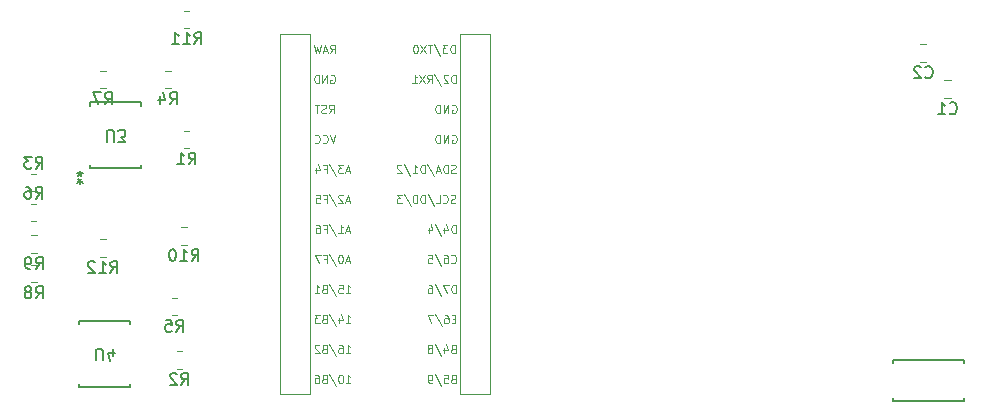
<source format=gbr>
%TF.GenerationSoftware,KiCad,Pcbnew,7.0.9*%
%TF.CreationDate,2024-05-12T00:48:34+09:00*%
%TF.ProjectId,hid taiko opeammm,68696420-7461-4696-9b6f-206f7065616d,rev?*%
%TF.SameCoordinates,Original*%
%TF.FileFunction,Legend,Bot*%
%TF.FilePolarity,Positive*%
%FSLAX46Y46*%
G04 Gerber Fmt 4.6, Leading zero omitted, Abs format (unit mm)*
G04 Created by KiCad (PCBNEW 7.0.9) date 2024-05-12 00:48:34*
%MOMM*%
%LPD*%
G01*
G04 APERTURE LIST*
%ADD10C,0.150000*%
%ADD11C,0.125000*%
%ADD12C,0.120000*%
%ADD13C,0.152400*%
G04 APERTURE END LIST*
D10*
X259754166Y-76439580D02*
X259801785Y-76487200D01*
X259801785Y-76487200D02*
X259944642Y-76534819D01*
X259944642Y-76534819D02*
X260039880Y-76534819D01*
X260039880Y-76534819D02*
X260182737Y-76487200D01*
X260182737Y-76487200D02*
X260277975Y-76391961D01*
X260277975Y-76391961D02*
X260325594Y-76296723D01*
X260325594Y-76296723D02*
X260373213Y-76106247D01*
X260373213Y-76106247D02*
X260373213Y-75963390D01*
X260373213Y-75963390D02*
X260325594Y-75772914D01*
X260325594Y-75772914D02*
X260277975Y-75677676D01*
X260277975Y-75677676D02*
X260182737Y-75582438D01*
X260182737Y-75582438D02*
X260039880Y-75534819D01*
X260039880Y-75534819D02*
X259944642Y-75534819D01*
X259944642Y-75534819D02*
X259801785Y-75582438D01*
X259801785Y-75582438D02*
X259754166Y-75630057D01*
X258801785Y-76534819D02*
X259373213Y-76534819D01*
X259087499Y-76534819D02*
X259087499Y-75534819D01*
X259087499Y-75534819D02*
X259182737Y-75677676D01*
X259182737Y-75677676D02*
X259277975Y-75772914D01*
X259277975Y-75772914D02*
X259373213Y-75820533D01*
X257704166Y-73389580D02*
X257751785Y-73437200D01*
X257751785Y-73437200D02*
X257894642Y-73484819D01*
X257894642Y-73484819D02*
X257989880Y-73484819D01*
X257989880Y-73484819D02*
X258132737Y-73437200D01*
X258132737Y-73437200D02*
X258227975Y-73341961D01*
X258227975Y-73341961D02*
X258275594Y-73246723D01*
X258275594Y-73246723D02*
X258323213Y-73056247D01*
X258323213Y-73056247D02*
X258323213Y-72913390D01*
X258323213Y-72913390D02*
X258275594Y-72722914D01*
X258275594Y-72722914D02*
X258227975Y-72627676D01*
X258227975Y-72627676D02*
X258132737Y-72532438D01*
X258132737Y-72532438D02*
X257989880Y-72484819D01*
X257989880Y-72484819D02*
X257894642Y-72484819D01*
X257894642Y-72484819D02*
X257751785Y-72532438D01*
X257751785Y-72532438D02*
X257704166Y-72580057D01*
X257323213Y-72580057D02*
X257275594Y-72532438D01*
X257275594Y-72532438D02*
X257180356Y-72484819D01*
X257180356Y-72484819D02*
X256942261Y-72484819D01*
X256942261Y-72484819D02*
X256847023Y-72532438D01*
X256847023Y-72532438D02*
X256799404Y-72580057D01*
X256799404Y-72580057D02*
X256751785Y-72675295D01*
X256751785Y-72675295D02*
X256751785Y-72770533D01*
X256751785Y-72770533D02*
X256799404Y-72913390D01*
X256799404Y-72913390D02*
X257370832Y-73484819D01*
X257370832Y-73484819D02*
X256751785Y-73484819D01*
X187475245Y-97390180D02*
X187475245Y-96580657D01*
X187475245Y-96580657D02*
X187522864Y-96485419D01*
X187522864Y-96485419D02*
X187570483Y-96437800D01*
X187570483Y-96437800D02*
X187665721Y-96390180D01*
X187665721Y-96390180D02*
X187856197Y-96390180D01*
X187856197Y-96390180D02*
X187951435Y-96437800D01*
X187951435Y-96437800D02*
X187999054Y-96485419D01*
X187999054Y-96485419D02*
X188046673Y-96580657D01*
X188046673Y-96580657D02*
X188046673Y-97390180D01*
X188951435Y-97056847D02*
X188951435Y-96390180D01*
X188713340Y-97437800D02*
X188475245Y-96723514D01*
X188475245Y-96723514D02*
X189094292Y-96723514D01*
X188244066Y-75693519D02*
X188577399Y-75217328D01*
X188815494Y-75693519D02*
X188815494Y-74693519D01*
X188815494Y-74693519D02*
X188434542Y-74693519D01*
X188434542Y-74693519D02*
X188339304Y-74741138D01*
X188339304Y-74741138D02*
X188291685Y-74788757D01*
X188291685Y-74788757D02*
X188244066Y-74883995D01*
X188244066Y-74883995D02*
X188244066Y-75026852D01*
X188244066Y-75026852D02*
X188291685Y-75122090D01*
X188291685Y-75122090D02*
X188339304Y-75169709D01*
X188339304Y-75169709D02*
X188434542Y-75217328D01*
X188434542Y-75217328D02*
X188815494Y-75217328D01*
X187910732Y-74693519D02*
X187244066Y-74693519D01*
X187244066Y-74693519D02*
X187672637Y-75693519D01*
X195580357Y-88954819D02*
X195913690Y-88478628D01*
X196151785Y-88954819D02*
X196151785Y-87954819D01*
X196151785Y-87954819D02*
X195770833Y-87954819D01*
X195770833Y-87954819D02*
X195675595Y-88002438D01*
X195675595Y-88002438D02*
X195627976Y-88050057D01*
X195627976Y-88050057D02*
X195580357Y-88145295D01*
X195580357Y-88145295D02*
X195580357Y-88288152D01*
X195580357Y-88288152D02*
X195627976Y-88383390D01*
X195627976Y-88383390D02*
X195675595Y-88431009D01*
X195675595Y-88431009D02*
X195770833Y-88478628D01*
X195770833Y-88478628D02*
X196151785Y-88478628D01*
X194627976Y-88954819D02*
X195199404Y-88954819D01*
X194913690Y-88954819D02*
X194913690Y-87954819D01*
X194913690Y-87954819D02*
X195008928Y-88097676D01*
X195008928Y-88097676D02*
X195104166Y-88192914D01*
X195104166Y-88192914D02*
X195199404Y-88240533D01*
X194008928Y-87954819D02*
X193913690Y-87954819D01*
X193913690Y-87954819D02*
X193818452Y-88002438D01*
X193818452Y-88002438D02*
X193770833Y-88050057D01*
X193770833Y-88050057D02*
X193723214Y-88145295D01*
X193723214Y-88145295D02*
X193675595Y-88335771D01*
X193675595Y-88335771D02*
X193675595Y-88573866D01*
X193675595Y-88573866D02*
X193723214Y-88764342D01*
X193723214Y-88764342D02*
X193770833Y-88859580D01*
X193770833Y-88859580D02*
X193818452Y-88907200D01*
X193818452Y-88907200D02*
X193913690Y-88954819D01*
X193913690Y-88954819D02*
X194008928Y-88954819D01*
X194008928Y-88954819D02*
X194104166Y-88907200D01*
X194104166Y-88907200D02*
X194151785Y-88859580D01*
X194151785Y-88859580D02*
X194199404Y-88764342D01*
X194199404Y-88764342D02*
X194247023Y-88573866D01*
X194247023Y-88573866D02*
X194247023Y-88335771D01*
X194247023Y-88335771D02*
X194199404Y-88145295D01*
X194199404Y-88145295D02*
X194151785Y-88050057D01*
X194151785Y-88050057D02*
X194104166Y-88002438D01*
X194104166Y-88002438D02*
X194008928Y-87954819D01*
X195820257Y-70604819D02*
X196153590Y-70128628D01*
X196391685Y-70604819D02*
X196391685Y-69604819D01*
X196391685Y-69604819D02*
X196010733Y-69604819D01*
X196010733Y-69604819D02*
X195915495Y-69652438D01*
X195915495Y-69652438D02*
X195867876Y-69700057D01*
X195867876Y-69700057D02*
X195820257Y-69795295D01*
X195820257Y-69795295D02*
X195820257Y-69938152D01*
X195820257Y-69938152D02*
X195867876Y-70033390D01*
X195867876Y-70033390D02*
X195915495Y-70081009D01*
X195915495Y-70081009D02*
X196010733Y-70128628D01*
X196010733Y-70128628D02*
X196391685Y-70128628D01*
X194867876Y-70604819D02*
X195439304Y-70604819D01*
X195153590Y-70604819D02*
X195153590Y-69604819D01*
X195153590Y-69604819D02*
X195248828Y-69747676D01*
X195248828Y-69747676D02*
X195344066Y-69842914D01*
X195344066Y-69842914D02*
X195439304Y-69890533D01*
X193915495Y-70604819D02*
X194486923Y-70604819D01*
X194201209Y-70604819D02*
X194201209Y-69604819D01*
X194201209Y-69604819D02*
X194296447Y-69747676D01*
X194296447Y-69747676D02*
X194391685Y-69842914D01*
X194391685Y-69842914D02*
X194486923Y-69890533D01*
X195331566Y-80793519D02*
X195664899Y-80317328D01*
X195902994Y-80793519D02*
X195902994Y-79793519D01*
X195902994Y-79793519D02*
X195522042Y-79793519D01*
X195522042Y-79793519D02*
X195426804Y-79841138D01*
X195426804Y-79841138D02*
X195379185Y-79888757D01*
X195379185Y-79888757D02*
X195331566Y-79983995D01*
X195331566Y-79983995D02*
X195331566Y-80126852D01*
X195331566Y-80126852D02*
X195379185Y-80222090D01*
X195379185Y-80222090D02*
X195426804Y-80269709D01*
X195426804Y-80269709D02*
X195522042Y-80317328D01*
X195522042Y-80317328D02*
X195902994Y-80317328D01*
X194379185Y-80793519D02*
X194950613Y-80793519D01*
X194664899Y-80793519D02*
X194664899Y-79793519D01*
X194664899Y-79793519D02*
X194760137Y-79936376D01*
X194760137Y-79936376D02*
X194855375Y-80031614D01*
X194855375Y-80031614D02*
X194950613Y-80079233D01*
X194704166Y-99454819D02*
X195037499Y-98978628D01*
X195275594Y-99454819D02*
X195275594Y-98454819D01*
X195275594Y-98454819D02*
X194894642Y-98454819D01*
X194894642Y-98454819D02*
X194799404Y-98502438D01*
X194799404Y-98502438D02*
X194751785Y-98550057D01*
X194751785Y-98550057D02*
X194704166Y-98645295D01*
X194704166Y-98645295D02*
X194704166Y-98788152D01*
X194704166Y-98788152D02*
X194751785Y-98883390D01*
X194751785Y-98883390D02*
X194799404Y-98931009D01*
X194799404Y-98931009D02*
X194894642Y-98978628D01*
X194894642Y-98978628D02*
X195275594Y-98978628D01*
X194323213Y-98550057D02*
X194275594Y-98502438D01*
X194275594Y-98502438D02*
X194180356Y-98454819D01*
X194180356Y-98454819D02*
X193942261Y-98454819D01*
X193942261Y-98454819D02*
X193847023Y-98502438D01*
X193847023Y-98502438D02*
X193799404Y-98550057D01*
X193799404Y-98550057D02*
X193751785Y-98645295D01*
X193751785Y-98645295D02*
X193751785Y-98740533D01*
X193751785Y-98740533D02*
X193799404Y-98883390D01*
X193799404Y-98883390D02*
X194370832Y-99454819D01*
X194370832Y-99454819D02*
X193751785Y-99454819D01*
D11*
X208956813Y-83882178D02*
X208637766Y-83882178D01*
X209020623Y-84096464D02*
X208797290Y-83346464D01*
X208797290Y-83346464D02*
X208573956Y-84096464D01*
X208382527Y-83417892D02*
X208350623Y-83382178D01*
X208350623Y-83382178D02*
X208286813Y-83346464D01*
X208286813Y-83346464D02*
X208127289Y-83346464D01*
X208127289Y-83346464D02*
X208063480Y-83382178D01*
X208063480Y-83382178D02*
X208031575Y-83417892D01*
X208031575Y-83417892D02*
X207999670Y-83489321D01*
X207999670Y-83489321D02*
X207999670Y-83560750D01*
X207999670Y-83560750D02*
X208031575Y-83667892D01*
X208031575Y-83667892D02*
X208414432Y-84096464D01*
X208414432Y-84096464D02*
X207999670Y-84096464D01*
X207233956Y-83310750D02*
X207808242Y-84275035D01*
X206787289Y-83703607D02*
X207010623Y-83703607D01*
X207010623Y-84096464D02*
X207010623Y-83346464D01*
X207010623Y-83346464D02*
X206691575Y-83346464D01*
X206117289Y-83346464D02*
X206436337Y-83346464D01*
X206436337Y-83346464D02*
X206468241Y-83703607D01*
X206468241Y-83703607D02*
X206436337Y-83667892D01*
X206436337Y-83667892D02*
X206372527Y-83632178D01*
X206372527Y-83632178D02*
X206213003Y-83632178D01*
X206213003Y-83632178D02*
X206149194Y-83667892D01*
X206149194Y-83667892D02*
X206117289Y-83703607D01*
X206117289Y-83703607D02*
X206085384Y-83775035D01*
X206085384Y-83775035D02*
X206085384Y-83953607D01*
X206085384Y-83953607D02*
X206117289Y-84025035D01*
X206117289Y-84025035D02*
X206149194Y-84060750D01*
X206149194Y-84060750D02*
X206213003Y-84096464D01*
X206213003Y-84096464D02*
X206372527Y-84096464D01*
X206372527Y-84096464D02*
X206436337Y-84060750D01*
X206436337Y-84060750D02*
X206468241Y-84025035D01*
X217934671Y-73936464D02*
X217934671Y-73186464D01*
X217934671Y-73186464D02*
X217775147Y-73186464D01*
X217775147Y-73186464D02*
X217679433Y-73222178D01*
X217679433Y-73222178D02*
X217615623Y-73293607D01*
X217615623Y-73293607D02*
X217583718Y-73365035D01*
X217583718Y-73365035D02*
X217551814Y-73507892D01*
X217551814Y-73507892D02*
X217551814Y-73615035D01*
X217551814Y-73615035D02*
X217583718Y-73757892D01*
X217583718Y-73757892D02*
X217615623Y-73829321D01*
X217615623Y-73829321D02*
X217679433Y-73900750D01*
X217679433Y-73900750D02*
X217775147Y-73936464D01*
X217775147Y-73936464D02*
X217934671Y-73936464D01*
X217296575Y-73257892D02*
X217264671Y-73222178D01*
X217264671Y-73222178D02*
X217200861Y-73186464D01*
X217200861Y-73186464D02*
X217041337Y-73186464D01*
X217041337Y-73186464D02*
X216977528Y-73222178D01*
X216977528Y-73222178D02*
X216945623Y-73257892D01*
X216945623Y-73257892D02*
X216913718Y-73329321D01*
X216913718Y-73329321D02*
X216913718Y-73400750D01*
X216913718Y-73400750D02*
X216945623Y-73507892D01*
X216945623Y-73507892D02*
X217328480Y-73936464D01*
X217328480Y-73936464D02*
X216913718Y-73936464D01*
X216148004Y-73150750D02*
X216722290Y-74115035D01*
X215541814Y-73936464D02*
X215765147Y-73579321D01*
X215924671Y-73936464D02*
X215924671Y-73186464D01*
X215924671Y-73186464D02*
X215669433Y-73186464D01*
X215669433Y-73186464D02*
X215605623Y-73222178D01*
X215605623Y-73222178D02*
X215573718Y-73257892D01*
X215573718Y-73257892D02*
X215541814Y-73329321D01*
X215541814Y-73329321D02*
X215541814Y-73436464D01*
X215541814Y-73436464D02*
X215573718Y-73507892D01*
X215573718Y-73507892D02*
X215605623Y-73543607D01*
X215605623Y-73543607D02*
X215669433Y-73579321D01*
X215669433Y-73579321D02*
X215924671Y-73579321D01*
X215318480Y-73186464D02*
X214871814Y-73936464D01*
X214871814Y-73186464D02*
X215318480Y-73936464D01*
X214265623Y-73936464D02*
X214648480Y-73936464D01*
X214457052Y-73936464D02*
X214457052Y-73186464D01*
X214457052Y-73186464D02*
X214520861Y-73293607D01*
X214520861Y-73293607D02*
X214584671Y-73365035D01*
X214584671Y-73365035D02*
X214648480Y-73400750D01*
X208653718Y-96796464D02*
X209036575Y-96796464D01*
X208845147Y-96796464D02*
X208845147Y-96046464D01*
X208845147Y-96046464D02*
X208908956Y-96153607D01*
X208908956Y-96153607D02*
X208972766Y-96225035D01*
X208972766Y-96225035D02*
X209036575Y-96260750D01*
X208079433Y-96046464D02*
X208207052Y-96046464D01*
X208207052Y-96046464D02*
X208270861Y-96082178D01*
X208270861Y-96082178D02*
X208302766Y-96117892D01*
X208302766Y-96117892D02*
X208366576Y-96225035D01*
X208366576Y-96225035D02*
X208398480Y-96367892D01*
X208398480Y-96367892D02*
X208398480Y-96653607D01*
X208398480Y-96653607D02*
X208366576Y-96725035D01*
X208366576Y-96725035D02*
X208334671Y-96760750D01*
X208334671Y-96760750D02*
X208270861Y-96796464D01*
X208270861Y-96796464D02*
X208143242Y-96796464D01*
X208143242Y-96796464D02*
X208079433Y-96760750D01*
X208079433Y-96760750D02*
X208047528Y-96725035D01*
X208047528Y-96725035D02*
X208015623Y-96653607D01*
X208015623Y-96653607D02*
X208015623Y-96475035D01*
X208015623Y-96475035D02*
X208047528Y-96403607D01*
X208047528Y-96403607D02*
X208079433Y-96367892D01*
X208079433Y-96367892D02*
X208143242Y-96332178D01*
X208143242Y-96332178D02*
X208270861Y-96332178D01*
X208270861Y-96332178D02*
X208334671Y-96367892D01*
X208334671Y-96367892D02*
X208366576Y-96403607D01*
X208366576Y-96403607D02*
X208398480Y-96475035D01*
X207249909Y-96010750D02*
X207824195Y-96975035D01*
X206803242Y-96403607D02*
X206707528Y-96439321D01*
X206707528Y-96439321D02*
X206675623Y-96475035D01*
X206675623Y-96475035D02*
X206643719Y-96546464D01*
X206643719Y-96546464D02*
X206643719Y-96653607D01*
X206643719Y-96653607D02*
X206675623Y-96725035D01*
X206675623Y-96725035D02*
X206707528Y-96760750D01*
X206707528Y-96760750D02*
X206771338Y-96796464D01*
X206771338Y-96796464D02*
X207026576Y-96796464D01*
X207026576Y-96796464D02*
X207026576Y-96046464D01*
X207026576Y-96046464D02*
X206803242Y-96046464D01*
X206803242Y-96046464D02*
X206739433Y-96082178D01*
X206739433Y-96082178D02*
X206707528Y-96117892D01*
X206707528Y-96117892D02*
X206675623Y-96189321D01*
X206675623Y-96189321D02*
X206675623Y-96260750D01*
X206675623Y-96260750D02*
X206707528Y-96332178D01*
X206707528Y-96332178D02*
X206739433Y-96367892D01*
X206739433Y-96367892D02*
X206803242Y-96403607D01*
X206803242Y-96403607D02*
X207026576Y-96403607D01*
X206388480Y-96117892D02*
X206356576Y-96082178D01*
X206356576Y-96082178D02*
X206292766Y-96046464D01*
X206292766Y-96046464D02*
X206133242Y-96046464D01*
X206133242Y-96046464D02*
X206069433Y-96082178D01*
X206069433Y-96082178D02*
X206037528Y-96117892D01*
X206037528Y-96117892D02*
X206005623Y-96189321D01*
X206005623Y-96189321D02*
X206005623Y-96260750D01*
X206005623Y-96260750D02*
X206037528Y-96367892D01*
X206037528Y-96367892D02*
X206420385Y-96796464D01*
X206420385Y-96796464D02*
X206005623Y-96796464D01*
X207744433Y-78266464D02*
X207521100Y-79016464D01*
X207521100Y-79016464D02*
X207297766Y-78266464D01*
X206691576Y-78945035D02*
X206723480Y-78980750D01*
X206723480Y-78980750D02*
X206819195Y-79016464D01*
X206819195Y-79016464D02*
X206883004Y-79016464D01*
X206883004Y-79016464D02*
X206978718Y-78980750D01*
X206978718Y-78980750D02*
X207042528Y-78909321D01*
X207042528Y-78909321D02*
X207074433Y-78837892D01*
X207074433Y-78837892D02*
X207106337Y-78695035D01*
X207106337Y-78695035D02*
X207106337Y-78587892D01*
X207106337Y-78587892D02*
X207074433Y-78445035D01*
X207074433Y-78445035D02*
X207042528Y-78373607D01*
X207042528Y-78373607D02*
X206978718Y-78302178D01*
X206978718Y-78302178D02*
X206883004Y-78266464D01*
X206883004Y-78266464D02*
X206819195Y-78266464D01*
X206819195Y-78266464D02*
X206723480Y-78302178D01*
X206723480Y-78302178D02*
X206691576Y-78337892D01*
X206021576Y-78945035D02*
X206053480Y-78980750D01*
X206053480Y-78980750D02*
X206149195Y-79016464D01*
X206149195Y-79016464D02*
X206213004Y-79016464D01*
X206213004Y-79016464D02*
X206308718Y-78980750D01*
X206308718Y-78980750D02*
X206372528Y-78909321D01*
X206372528Y-78909321D02*
X206404433Y-78837892D01*
X206404433Y-78837892D02*
X206436337Y-78695035D01*
X206436337Y-78695035D02*
X206436337Y-78587892D01*
X206436337Y-78587892D02*
X206404433Y-78445035D01*
X206404433Y-78445035D02*
X206372528Y-78373607D01*
X206372528Y-78373607D02*
X206308718Y-78302178D01*
X206308718Y-78302178D02*
X206213004Y-78266464D01*
X206213004Y-78266464D02*
X206149195Y-78266464D01*
X206149195Y-78266464D02*
X206053480Y-78302178D01*
X206053480Y-78302178D02*
X206021576Y-78337892D01*
X217727289Y-96403607D02*
X217631575Y-96439321D01*
X217631575Y-96439321D02*
X217599670Y-96475035D01*
X217599670Y-96475035D02*
X217567766Y-96546464D01*
X217567766Y-96546464D02*
X217567766Y-96653607D01*
X217567766Y-96653607D02*
X217599670Y-96725035D01*
X217599670Y-96725035D02*
X217631575Y-96760750D01*
X217631575Y-96760750D02*
X217695385Y-96796464D01*
X217695385Y-96796464D02*
X217950623Y-96796464D01*
X217950623Y-96796464D02*
X217950623Y-96046464D01*
X217950623Y-96046464D02*
X217727289Y-96046464D01*
X217727289Y-96046464D02*
X217663480Y-96082178D01*
X217663480Y-96082178D02*
X217631575Y-96117892D01*
X217631575Y-96117892D02*
X217599670Y-96189321D01*
X217599670Y-96189321D02*
X217599670Y-96260750D01*
X217599670Y-96260750D02*
X217631575Y-96332178D01*
X217631575Y-96332178D02*
X217663480Y-96367892D01*
X217663480Y-96367892D02*
X217727289Y-96403607D01*
X217727289Y-96403607D02*
X217950623Y-96403607D01*
X216993480Y-96296464D02*
X216993480Y-96796464D01*
X217153004Y-96010750D02*
X217312527Y-96546464D01*
X217312527Y-96546464D02*
X216897766Y-96546464D01*
X216163956Y-96010750D02*
X216738242Y-96975035D01*
X215844908Y-96367892D02*
X215908718Y-96332178D01*
X215908718Y-96332178D02*
X215940623Y-96296464D01*
X215940623Y-96296464D02*
X215972527Y-96225035D01*
X215972527Y-96225035D02*
X215972527Y-96189321D01*
X215972527Y-96189321D02*
X215940623Y-96117892D01*
X215940623Y-96117892D02*
X215908718Y-96082178D01*
X215908718Y-96082178D02*
X215844908Y-96046464D01*
X215844908Y-96046464D02*
X215717289Y-96046464D01*
X215717289Y-96046464D02*
X215653480Y-96082178D01*
X215653480Y-96082178D02*
X215621575Y-96117892D01*
X215621575Y-96117892D02*
X215589670Y-96189321D01*
X215589670Y-96189321D02*
X215589670Y-96225035D01*
X215589670Y-96225035D02*
X215621575Y-96296464D01*
X215621575Y-96296464D02*
X215653480Y-96332178D01*
X215653480Y-96332178D02*
X215717289Y-96367892D01*
X215717289Y-96367892D02*
X215844908Y-96367892D01*
X215844908Y-96367892D02*
X215908718Y-96403607D01*
X215908718Y-96403607D02*
X215940623Y-96439321D01*
X215940623Y-96439321D02*
X215972527Y-96510750D01*
X215972527Y-96510750D02*
X215972527Y-96653607D01*
X215972527Y-96653607D02*
X215940623Y-96725035D01*
X215940623Y-96725035D02*
X215908718Y-96760750D01*
X215908718Y-96760750D02*
X215844908Y-96796464D01*
X215844908Y-96796464D02*
X215717289Y-96796464D01*
X215717289Y-96796464D02*
X215653480Y-96760750D01*
X215653480Y-96760750D02*
X215621575Y-96725035D01*
X215621575Y-96725035D02*
X215589670Y-96653607D01*
X215589670Y-96653607D02*
X215589670Y-96510750D01*
X215589670Y-96510750D02*
X215621575Y-96439321D01*
X215621575Y-96439321D02*
X215653480Y-96403607D01*
X215653480Y-96403607D02*
X215717289Y-96367892D01*
X207218004Y-76476464D02*
X207441337Y-76119321D01*
X207600861Y-76476464D02*
X207600861Y-75726464D01*
X207600861Y-75726464D02*
X207345623Y-75726464D01*
X207345623Y-75726464D02*
X207281813Y-75762178D01*
X207281813Y-75762178D02*
X207249908Y-75797892D01*
X207249908Y-75797892D02*
X207218004Y-75869321D01*
X207218004Y-75869321D02*
X207218004Y-75976464D01*
X207218004Y-75976464D02*
X207249908Y-76047892D01*
X207249908Y-76047892D02*
X207281813Y-76083607D01*
X207281813Y-76083607D02*
X207345623Y-76119321D01*
X207345623Y-76119321D02*
X207600861Y-76119321D01*
X206962765Y-76440750D02*
X206867051Y-76476464D01*
X206867051Y-76476464D02*
X206707527Y-76476464D01*
X206707527Y-76476464D02*
X206643718Y-76440750D01*
X206643718Y-76440750D02*
X206611813Y-76405035D01*
X206611813Y-76405035D02*
X206579908Y-76333607D01*
X206579908Y-76333607D02*
X206579908Y-76262178D01*
X206579908Y-76262178D02*
X206611813Y-76190750D01*
X206611813Y-76190750D02*
X206643718Y-76155035D01*
X206643718Y-76155035D02*
X206707527Y-76119321D01*
X206707527Y-76119321D02*
X206835146Y-76083607D01*
X206835146Y-76083607D02*
X206898956Y-76047892D01*
X206898956Y-76047892D02*
X206930861Y-76012178D01*
X206930861Y-76012178D02*
X206962765Y-75940750D01*
X206962765Y-75940750D02*
X206962765Y-75869321D01*
X206962765Y-75869321D02*
X206930861Y-75797892D01*
X206930861Y-75797892D02*
X206898956Y-75762178D01*
X206898956Y-75762178D02*
X206835146Y-75726464D01*
X206835146Y-75726464D02*
X206675623Y-75726464D01*
X206675623Y-75726464D02*
X206579908Y-75762178D01*
X206388480Y-75726464D02*
X206005623Y-75726464D01*
X206197051Y-76476464D02*
X206197051Y-75726464D01*
X208653718Y-94256464D02*
X209036575Y-94256464D01*
X208845147Y-94256464D02*
X208845147Y-93506464D01*
X208845147Y-93506464D02*
X208908956Y-93613607D01*
X208908956Y-93613607D02*
X208972766Y-93685035D01*
X208972766Y-93685035D02*
X209036575Y-93720750D01*
X208079433Y-93756464D02*
X208079433Y-94256464D01*
X208238957Y-93470750D02*
X208398480Y-94006464D01*
X208398480Y-94006464D02*
X207983719Y-94006464D01*
X207249909Y-93470750D02*
X207824195Y-94435035D01*
X206803242Y-93863607D02*
X206707528Y-93899321D01*
X206707528Y-93899321D02*
X206675623Y-93935035D01*
X206675623Y-93935035D02*
X206643719Y-94006464D01*
X206643719Y-94006464D02*
X206643719Y-94113607D01*
X206643719Y-94113607D02*
X206675623Y-94185035D01*
X206675623Y-94185035D02*
X206707528Y-94220750D01*
X206707528Y-94220750D02*
X206771338Y-94256464D01*
X206771338Y-94256464D02*
X207026576Y-94256464D01*
X207026576Y-94256464D02*
X207026576Y-93506464D01*
X207026576Y-93506464D02*
X206803242Y-93506464D01*
X206803242Y-93506464D02*
X206739433Y-93542178D01*
X206739433Y-93542178D02*
X206707528Y-93577892D01*
X206707528Y-93577892D02*
X206675623Y-93649321D01*
X206675623Y-93649321D02*
X206675623Y-93720750D01*
X206675623Y-93720750D02*
X206707528Y-93792178D01*
X206707528Y-93792178D02*
X206739433Y-93827892D01*
X206739433Y-93827892D02*
X206803242Y-93863607D01*
X206803242Y-93863607D02*
X207026576Y-93863607D01*
X206420385Y-93506464D02*
X206005623Y-93506464D01*
X206005623Y-93506464D02*
X206228957Y-93792178D01*
X206228957Y-93792178D02*
X206133242Y-93792178D01*
X206133242Y-93792178D02*
X206069433Y-93827892D01*
X206069433Y-93827892D02*
X206037528Y-93863607D01*
X206037528Y-93863607D02*
X206005623Y-93935035D01*
X206005623Y-93935035D02*
X206005623Y-94113607D01*
X206005623Y-94113607D02*
X206037528Y-94185035D01*
X206037528Y-94185035D02*
X206069433Y-94220750D01*
X206069433Y-94220750D02*
X206133242Y-94256464D01*
X206133242Y-94256464D02*
X206324671Y-94256464D01*
X206324671Y-94256464D02*
X206388480Y-94220750D01*
X206388480Y-94220750D02*
X206420385Y-94185035D01*
X217631575Y-75762178D02*
X217695385Y-75726464D01*
X217695385Y-75726464D02*
X217791099Y-75726464D01*
X217791099Y-75726464D02*
X217886813Y-75762178D01*
X217886813Y-75762178D02*
X217950623Y-75833607D01*
X217950623Y-75833607D02*
X217982528Y-75905035D01*
X217982528Y-75905035D02*
X218014432Y-76047892D01*
X218014432Y-76047892D02*
X218014432Y-76155035D01*
X218014432Y-76155035D02*
X217982528Y-76297892D01*
X217982528Y-76297892D02*
X217950623Y-76369321D01*
X217950623Y-76369321D02*
X217886813Y-76440750D01*
X217886813Y-76440750D02*
X217791099Y-76476464D01*
X217791099Y-76476464D02*
X217727290Y-76476464D01*
X217727290Y-76476464D02*
X217631575Y-76440750D01*
X217631575Y-76440750D02*
X217599671Y-76405035D01*
X217599671Y-76405035D02*
X217599671Y-76155035D01*
X217599671Y-76155035D02*
X217727290Y-76155035D01*
X217312528Y-76476464D02*
X217312528Y-75726464D01*
X217312528Y-75726464D02*
X216929671Y-76476464D01*
X216929671Y-76476464D02*
X216929671Y-75726464D01*
X216610623Y-76476464D02*
X216610623Y-75726464D01*
X216610623Y-75726464D02*
X216451099Y-75726464D01*
X216451099Y-75726464D02*
X216355385Y-75762178D01*
X216355385Y-75762178D02*
X216291575Y-75833607D01*
X216291575Y-75833607D02*
X216259670Y-75905035D01*
X216259670Y-75905035D02*
X216227766Y-76047892D01*
X216227766Y-76047892D02*
X216227766Y-76155035D01*
X216227766Y-76155035D02*
X216259670Y-76297892D01*
X216259670Y-76297892D02*
X216291575Y-76369321D01*
X216291575Y-76369321D02*
X216355385Y-76440750D01*
X216355385Y-76440750D02*
X216451099Y-76476464D01*
X216451099Y-76476464D02*
X216610623Y-76476464D01*
X217918718Y-84060750D02*
X217823004Y-84096464D01*
X217823004Y-84096464D02*
X217663480Y-84096464D01*
X217663480Y-84096464D02*
X217599671Y-84060750D01*
X217599671Y-84060750D02*
X217567766Y-84025035D01*
X217567766Y-84025035D02*
X217535861Y-83953607D01*
X217535861Y-83953607D02*
X217535861Y-83882178D01*
X217535861Y-83882178D02*
X217567766Y-83810750D01*
X217567766Y-83810750D02*
X217599671Y-83775035D01*
X217599671Y-83775035D02*
X217663480Y-83739321D01*
X217663480Y-83739321D02*
X217791099Y-83703607D01*
X217791099Y-83703607D02*
X217854909Y-83667892D01*
X217854909Y-83667892D02*
X217886814Y-83632178D01*
X217886814Y-83632178D02*
X217918718Y-83560750D01*
X217918718Y-83560750D02*
X217918718Y-83489321D01*
X217918718Y-83489321D02*
X217886814Y-83417892D01*
X217886814Y-83417892D02*
X217854909Y-83382178D01*
X217854909Y-83382178D02*
X217791099Y-83346464D01*
X217791099Y-83346464D02*
X217631576Y-83346464D01*
X217631576Y-83346464D02*
X217535861Y-83382178D01*
X216865862Y-84025035D02*
X216897766Y-84060750D01*
X216897766Y-84060750D02*
X216993481Y-84096464D01*
X216993481Y-84096464D02*
X217057290Y-84096464D01*
X217057290Y-84096464D02*
X217153004Y-84060750D01*
X217153004Y-84060750D02*
X217216814Y-83989321D01*
X217216814Y-83989321D02*
X217248719Y-83917892D01*
X217248719Y-83917892D02*
X217280623Y-83775035D01*
X217280623Y-83775035D02*
X217280623Y-83667892D01*
X217280623Y-83667892D02*
X217248719Y-83525035D01*
X217248719Y-83525035D02*
X217216814Y-83453607D01*
X217216814Y-83453607D02*
X217153004Y-83382178D01*
X217153004Y-83382178D02*
X217057290Y-83346464D01*
X217057290Y-83346464D02*
X216993481Y-83346464D01*
X216993481Y-83346464D02*
X216897766Y-83382178D01*
X216897766Y-83382178D02*
X216865862Y-83417892D01*
X216259671Y-84096464D02*
X216578719Y-84096464D01*
X216578719Y-84096464D02*
X216578719Y-83346464D01*
X215557766Y-83310750D02*
X216132052Y-84275035D01*
X215334433Y-84096464D02*
X215334433Y-83346464D01*
X215334433Y-83346464D02*
X215174909Y-83346464D01*
X215174909Y-83346464D02*
X215079195Y-83382178D01*
X215079195Y-83382178D02*
X215015385Y-83453607D01*
X215015385Y-83453607D02*
X214983480Y-83525035D01*
X214983480Y-83525035D02*
X214951576Y-83667892D01*
X214951576Y-83667892D02*
X214951576Y-83775035D01*
X214951576Y-83775035D02*
X214983480Y-83917892D01*
X214983480Y-83917892D02*
X215015385Y-83989321D01*
X215015385Y-83989321D02*
X215079195Y-84060750D01*
X215079195Y-84060750D02*
X215174909Y-84096464D01*
X215174909Y-84096464D02*
X215334433Y-84096464D01*
X214536814Y-83346464D02*
X214473004Y-83346464D01*
X214473004Y-83346464D02*
X214409195Y-83382178D01*
X214409195Y-83382178D02*
X214377290Y-83417892D01*
X214377290Y-83417892D02*
X214345385Y-83489321D01*
X214345385Y-83489321D02*
X214313480Y-83632178D01*
X214313480Y-83632178D02*
X214313480Y-83810750D01*
X214313480Y-83810750D02*
X214345385Y-83953607D01*
X214345385Y-83953607D02*
X214377290Y-84025035D01*
X214377290Y-84025035D02*
X214409195Y-84060750D01*
X214409195Y-84060750D02*
X214473004Y-84096464D01*
X214473004Y-84096464D02*
X214536814Y-84096464D01*
X214536814Y-84096464D02*
X214600623Y-84060750D01*
X214600623Y-84060750D02*
X214632528Y-84025035D01*
X214632528Y-84025035D02*
X214664433Y-83953607D01*
X214664433Y-83953607D02*
X214696337Y-83810750D01*
X214696337Y-83810750D02*
X214696337Y-83632178D01*
X214696337Y-83632178D02*
X214664433Y-83489321D01*
X214664433Y-83489321D02*
X214632528Y-83417892D01*
X214632528Y-83417892D02*
X214600623Y-83382178D01*
X214600623Y-83382178D02*
X214536814Y-83346464D01*
X213547766Y-83310750D02*
X214122052Y-84275035D01*
X213388242Y-83346464D02*
X212973480Y-83346464D01*
X212973480Y-83346464D02*
X213196814Y-83632178D01*
X213196814Y-83632178D02*
X213101099Y-83632178D01*
X213101099Y-83632178D02*
X213037290Y-83667892D01*
X213037290Y-83667892D02*
X213005385Y-83703607D01*
X213005385Y-83703607D02*
X212973480Y-83775035D01*
X212973480Y-83775035D02*
X212973480Y-83953607D01*
X212973480Y-83953607D02*
X213005385Y-84025035D01*
X213005385Y-84025035D02*
X213037290Y-84060750D01*
X213037290Y-84060750D02*
X213101099Y-84096464D01*
X213101099Y-84096464D02*
X213292528Y-84096464D01*
X213292528Y-84096464D02*
X213356337Y-84060750D01*
X213356337Y-84060750D02*
X213388242Y-84025035D01*
X217854909Y-71396464D02*
X217854909Y-70646464D01*
X217854909Y-70646464D02*
X217695385Y-70646464D01*
X217695385Y-70646464D02*
X217599671Y-70682178D01*
X217599671Y-70682178D02*
X217535861Y-70753607D01*
X217535861Y-70753607D02*
X217503956Y-70825035D01*
X217503956Y-70825035D02*
X217472052Y-70967892D01*
X217472052Y-70967892D02*
X217472052Y-71075035D01*
X217472052Y-71075035D02*
X217503956Y-71217892D01*
X217503956Y-71217892D02*
X217535861Y-71289321D01*
X217535861Y-71289321D02*
X217599671Y-71360750D01*
X217599671Y-71360750D02*
X217695385Y-71396464D01*
X217695385Y-71396464D02*
X217854909Y-71396464D01*
X217248718Y-70646464D02*
X216833956Y-70646464D01*
X216833956Y-70646464D02*
X217057290Y-70932178D01*
X217057290Y-70932178D02*
X216961575Y-70932178D01*
X216961575Y-70932178D02*
X216897766Y-70967892D01*
X216897766Y-70967892D02*
X216865861Y-71003607D01*
X216865861Y-71003607D02*
X216833956Y-71075035D01*
X216833956Y-71075035D02*
X216833956Y-71253607D01*
X216833956Y-71253607D02*
X216865861Y-71325035D01*
X216865861Y-71325035D02*
X216897766Y-71360750D01*
X216897766Y-71360750D02*
X216961575Y-71396464D01*
X216961575Y-71396464D02*
X217153004Y-71396464D01*
X217153004Y-71396464D02*
X217216813Y-71360750D01*
X217216813Y-71360750D02*
X217248718Y-71325035D01*
X216068242Y-70610750D02*
X216642528Y-71575035D01*
X215940623Y-70646464D02*
X215557766Y-70646464D01*
X215749194Y-71396464D02*
X215749194Y-70646464D01*
X215398242Y-70646464D02*
X214951576Y-71396464D01*
X214951576Y-70646464D02*
X215398242Y-71396464D01*
X214568719Y-70646464D02*
X214504909Y-70646464D01*
X214504909Y-70646464D02*
X214441100Y-70682178D01*
X214441100Y-70682178D02*
X214409195Y-70717892D01*
X214409195Y-70717892D02*
X214377290Y-70789321D01*
X214377290Y-70789321D02*
X214345385Y-70932178D01*
X214345385Y-70932178D02*
X214345385Y-71110750D01*
X214345385Y-71110750D02*
X214377290Y-71253607D01*
X214377290Y-71253607D02*
X214409195Y-71325035D01*
X214409195Y-71325035D02*
X214441100Y-71360750D01*
X214441100Y-71360750D02*
X214504909Y-71396464D01*
X214504909Y-71396464D02*
X214568719Y-71396464D01*
X214568719Y-71396464D02*
X214632528Y-71360750D01*
X214632528Y-71360750D02*
X214664433Y-71325035D01*
X214664433Y-71325035D02*
X214696338Y-71253607D01*
X214696338Y-71253607D02*
X214728242Y-71110750D01*
X214728242Y-71110750D02*
X214728242Y-70932178D01*
X214728242Y-70932178D02*
X214696338Y-70789321D01*
X214696338Y-70789321D02*
X214664433Y-70717892D01*
X214664433Y-70717892D02*
X214632528Y-70682178D01*
X214632528Y-70682178D02*
X214568719Y-70646464D01*
X208956813Y-88962178D02*
X208637766Y-88962178D01*
X209020623Y-89176464D02*
X208797290Y-88426464D01*
X208797290Y-88426464D02*
X208573956Y-89176464D01*
X208223004Y-88426464D02*
X208159194Y-88426464D01*
X208159194Y-88426464D02*
X208095385Y-88462178D01*
X208095385Y-88462178D02*
X208063480Y-88497892D01*
X208063480Y-88497892D02*
X208031575Y-88569321D01*
X208031575Y-88569321D02*
X207999670Y-88712178D01*
X207999670Y-88712178D02*
X207999670Y-88890750D01*
X207999670Y-88890750D02*
X208031575Y-89033607D01*
X208031575Y-89033607D02*
X208063480Y-89105035D01*
X208063480Y-89105035D02*
X208095385Y-89140750D01*
X208095385Y-89140750D02*
X208159194Y-89176464D01*
X208159194Y-89176464D02*
X208223004Y-89176464D01*
X208223004Y-89176464D02*
X208286813Y-89140750D01*
X208286813Y-89140750D02*
X208318718Y-89105035D01*
X208318718Y-89105035D02*
X208350623Y-89033607D01*
X208350623Y-89033607D02*
X208382527Y-88890750D01*
X208382527Y-88890750D02*
X208382527Y-88712178D01*
X208382527Y-88712178D02*
X208350623Y-88569321D01*
X208350623Y-88569321D02*
X208318718Y-88497892D01*
X208318718Y-88497892D02*
X208286813Y-88462178D01*
X208286813Y-88462178D02*
X208223004Y-88426464D01*
X207233956Y-88390750D02*
X207808242Y-89355035D01*
X206787289Y-88783607D02*
X207010623Y-88783607D01*
X207010623Y-89176464D02*
X207010623Y-88426464D01*
X207010623Y-88426464D02*
X206691575Y-88426464D01*
X206500146Y-88426464D02*
X206053480Y-88426464D01*
X206053480Y-88426464D02*
X206340622Y-89176464D01*
X207361575Y-73222178D02*
X207425385Y-73186464D01*
X207425385Y-73186464D02*
X207521099Y-73186464D01*
X207521099Y-73186464D02*
X207616813Y-73222178D01*
X207616813Y-73222178D02*
X207680623Y-73293607D01*
X207680623Y-73293607D02*
X207712528Y-73365035D01*
X207712528Y-73365035D02*
X207744432Y-73507892D01*
X207744432Y-73507892D02*
X207744432Y-73615035D01*
X207744432Y-73615035D02*
X207712528Y-73757892D01*
X207712528Y-73757892D02*
X207680623Y-73829321D01*
X207680623Y-73829321D02*
X207616813Y-73900750D01*
X207616813Y-73900750D02*
X207521099Y-73936464D01*
X207521099Y-73936464D02*
X207457290Y-73936464D01*
X207457290Y-73936464D02*
X207361575Y-73900750D01*
X207361575Y-73900750D02*
X207329671Y-73865035D01*
X207329671Y-73865035D02*
X207329671Y-73615035D01*
X207329671Y-73615035D02*
X207457290Y-73615035D01*
X207042528Y-73936464D02*
X207042528Y-73186464D01*
X207042528Y-73186464D02*
X206659671Y-73936464D01*
X206659671Y-73936464D02*
X206659671Y-73186464D01*
X206340623Y-73936464D02*
X206340623Y-73186464D01*
X206340623Y-73186464D02*
X206181099Y-73186464D01*
X206181099Y-73186464D02*
X206085385Y-73222178D01*
X206085385Y-73222178D02*
X206021575Y-73293607D01*
X206021575Y-73293607D02*
X205989670Y-73365035D01*
X205989670Y-73365035D02*
X205957766Y-73507892D01*
X205957766Y-73507892D02*
X205957766Y-73615035D01*
X205957766Y-73615035D02*
X205989670Y-73757892D01*
X205989670Y-73757892D02*
X206021575Y-73829321D01*
X206021575Y-73829321D02*
X206085385Y-73900750D01*
X206085385Y-73900750D02*
X206181099Y-73936464D01*
X206181099Y-73936464D02*
X206340623Y-73936464D01*
X217950623Y-86636464D02*
X217950623Y-85886464D01*
X217950623Y-85886464D02*
X217791099Y-85886464D01*
X217791099Y-85886464D02*
X217695385Y-85922178D01*
X217695385Y-85922178D02*
X217631575Y-85993607D01*
X217631575Y-85993607D02*
X217599670Y-86065035D01*
X217599670Y-86065035D02*
X217567766Y-86207892D01*
X217567766Y-86207892D02*
X217567766Y-86315035D01*
X217567766Y-86315035D02*
X217599670Y-86457892D01*
X217599670Y-86457892D02*
X217631575Y-86529321D01*
X217631575Y-86529321D02*
X217695385Y-86600750D01*
X217695385Y-86600750D02*
X217791099Y-86636464D01*
X217791099Y-86636464D02*
X217950623Y-86636464D01*
X216993480Y-86136464D02*
X216993480Y-86636464D01*
X217153004Y-85850750D02*
X217312527Y-86386464D01*
X217312527Y-86386464D02*
X216897766Y-86386464D01*
X216163956Y-85850750D02*
X216738242Y-86815035D01*
X215653480Y-86136464D02*
X215653480Y-86636464D01*
X215813004Y-85850750D02*
X215972527Y-86386464D01*
X215972527Y-86386464D02*
X215557766Y-86386464D01*
X217567766Y-89105035D02*
X217599670Y-89140750D01*
X217599670Y-89140750D02*
X217695385Y-89176464D01*
X217695385Y-89176464D02*
X217759194Y-89176464D01*
X217759194Y-89176464D02*
X217854908Y-89140750D01*
X217854908Y-89140750D02*
X217918718Y-89069321D01*
X217918718Y-89069321D02*
X217950623Y-88997892D01*
X217950623Y-88997892D02*
X217982527Y-88855035D01*
X217982527Y-88855035D02*
X217982527Y-88747892D01*
X217982527Y-88747892D02*
X217950623Y-88605035D01*
X217950623Y-88605035D02*
X217918718Y-88533607D01*
X217918718Y-88533607D02*
X217854908Y-88462178D01*
X217854908Y-88462178D02*
X217759194Y-88426464D01*
X217759194Y-88426464D02*
X217695385Y-88426464D01*
X217695385Y-88426464D02*
X217599670Y-88462178D01*
X217599670Y-88462178D02*
X217567766Y-88497892D01*
X216993480Y-88426464D02*
X217121099Y-88426464D01*
X217121099Y-88426464D02*
X217184908Y-88462178D01*
X217184908Y-88462178D02*
X217216813Y-88497892D01*
X217216813Y-88497892D02*
X217280623Y-88605035D01*
X217280623Y-88605035D02*
X217312527Y-88747892D01*
X217312527Y-88747892D02*
X217312527Y-89033607D01*
X217312527Y-89033607D02*
X217280623Y-89105035D01*
X217280623Y-89105035D02*
X217248718Y-89140750D01*
X217248718Y-89140750D02*
X217184908Y-89176464D01*
X217184908Y-89176464D02*
X217057289Y-89176464D01*
X217057289Y-89176464D02*
X216993480Y-89140750D01*
X216993480Y-89140750D02*
X216961575Y-89105035D01*
X216961575Y-89105035D02*
X216929670Y-89033607D01*
X216929670Y-89033607D02*
X216929670Y-88855035D01*
X216929670Y-88855035D02*
X216961575Y-88783607D01*
X216961575Y-88783607D02*
X216993480Y-88747892D01*
X216993480Y-88747892D02*
X217057289Y-88712178D01*
X217057289Y-88712178D02*
X217184908Y-88712178D01*
X217184908Y-88712178D02*
X217248718Y-88747892D01*
X217248718Y-88747892D02*
X217280623Y-88783607D01*
X217280623Y-88783607D02*
X217312527Y-88855035D01*
X216163956Y-88390750D02*
X216738242Y-89355035D01*
X215621575Y-88426464D02*
X215940623Y-88426464D01*
X215940623Y-88426464D02*
X215972527Y-88783607D01*
X215972527Y-88783607D02*
X215940623Y-88747892D01*
X215940623Y-88747892D02*
X215876813Y-88712178D01*
X215876813Y-88712178D02*
X215717289Y-88712178D01*
X215717289Y-88712178D02*
X215653480Y-88747892D01*
X215653480Y-88747892D02*
X215621575Y-88783607D01*
X215621575Y-88783607D02*
X215589670Y-88855035D01*
X215589670Y-88855035D02*
X215589670Y-89033607D01*
X215589670Y-89033607D02*
X215621575Y-89105035D01*
X215621575Y-89105035D02*
X215653480Y-89140750D01*
X215653480Y-89140750D02*
X215717289Y-89176464D01*
X215717289Y-89176464D02*
X215876813Y-89176464D01*
X215876813Y-89176464D02*
X215940623Y-89140750D01*
X215940623Y-89140750D02*
X215972527Y-89105035D01*
X208653718Y-91716464D02*
X209036575Y-91716464D01*
X208845147Y-91716464D02*
X208845147Y-90966464D01*
X208845147Y-90966464D02*
X208908956Y-91073607D01*
X208908956Y-91073607D02*
X208972766Y-91145035D01*
X208972766Y-91145035D02*
X209036575Y-91180750D01*
X208047528Y-90966464D02*
X208366576Y-90966464D01*
X208366576Y-90966464D02*
X208398480Y-91323607D01*
X208398480Y-91323607D02*
X208366576Y-91287892D01*
X208366576Y-91287892D02*
X208302766Y-91252178D01*
X208302766Y-91252178D02*
X208143242Y-91252178D01*
X208143242Y-91252178D02*
X208079433Y-91287892D01*
X208079433Y-91287892D02*
X208047528Y-91323607D01*
X208047528Y-91323607D02*
X208015623Y-91395035D01*
X208015623Y-91395035D02*
X208015623Y-91573607D01*
X208015623Y-91573607D02*
X208047528Y-91645035D01*
X208047528Y-91645035D02*
X208079433Y-91680750D01*
X208079433Y-91680750D02*
X208143242Y-91716464D01*
X208143242Y-91716464D02*
X208302766Y-91716464D01*
X208302766Y-91716464D02*
X208366576Y-91680750D01*
X208366576Y-91680750D02*
X208398480Y-91645035D01*
X207249909Y-90930750D02*
X207824195Y-91895035D01*
X206803242Y-91323607D02*
X206707528Y-91359321D01*
X206707528Y-91359321D02*
X206675623Y-91395035D01*
X206675623Y-91395035D02*
X206643719Y-91466464D01*
X206643719Y-91466464D02*
X206643719Y-91573607D01*
X206643719Y-91573607D02*
X206675623Y-91645035D01*
X206675623Y-91645035D02*
X206707528Y-91680750D01*
X206707528Y-91680750D02*
X206771338Y-91716464D01*
X206771338Y-91716464D02*
X207026576Y-91716464D01*
X207026576Y-91716464D02*
X207026576Y-90966464D01*
X207026576Y-90966464D02*
X206803242Y-90966464D01*
X206803242Y-90966464D02*
X206739433Y-91002178D01*
X206739433Y-91002178D02*
X206707528Y-91037892D01*
X206707528Y-91037892D02*
X206675623Y-91109321D01*
X206675623Y-91109321D02*
X206675623Y-91180750D01*
X206675623Y-91180750D02*
X206707528Y-91252178D01*
X206707528Y-91252178D02*
X206739433Y-91287892D01*
X206739433Y-91287892D02*
X206803242Y-91323607D01*
X206803242Y-91323607D02*
X207026576Y-91323607D01*
X206005623Y-91716464D02*
X206388480Y-91716464D01*
X206197052Y-91716464D02*
X206197052Y-90966464D01*
X206197052Y-90966464D02*
X206260861Y-91073607D01*
X206260861Y-91073607D02*
X206324671Y-91145035D01*
X206324671Y-91145035D02*
X206388480Y-91180750D01*
X208956813Y-81342178D02*
X208637766Y-81342178D01*
X209020623Y-81556464D02*
X208797290Y-80806464D01*
X208797290Y-80806464D02*
X208573956Y-81556464D01*
X208414432Y-80806464D02*
X207999670Y-80806464D01*
X207999670Y-80806464D02*
X208223004Y-81092178D01*
X208223004Y-81092178D02*
X208127289Y-81092178D01*
X208127289Y-81092178D02*
X208063480Y-81127892D01*
X208063480Y-81127892D02*
X208031575Y-81163607D01*
X208031575Y-81163607D02*
X207999670Y-81235035D01*
X207999670Y-81235035D02*
X207999670Y-81413607D01*
X207999670Y-81413607D02*
X208031575Y-81485035D01*
X208031575Y-81485035D02*
X208063480Y-81520750D01*
X208063480Y-81520750D02*
X208127289Y-81556464D01*
X208127289Y-81556464D02*
X208318718Y-81556464D01*
X208318718Y-81556464D02*
X208382527Y-81520750D01*
X208382527Y-81520750D02*
X208414432Y-81485035D01*
X207233956Y-80770750D02*
X207808242Y-81735035D01*
X206787289Y-81163607D02*
X207010623Y-81163607D01*
X207010623Y-81556464D02*
X207010623Y-80806464D01*
X207010623Y-80806464D02*
X206691575Y-80806464D01*
X206149194Y-81056464D02*
X206149194Y-81556464D01*
X206308718Y-80770750D02*
X206468241Y-81306464D01*
X206468241Y-81306464D02*
X206053480Y-81306464D01*
X217950623Y-91716464D02*
X217950623Y-90966464D01*
X217950623Y-90966464D02*
X217791099Y-90966464D01*
X217791099Y-90966464D02*
X217695385Y-91002178D01*
X217695385Y-91002178D02*
X217631575Y-91073607D01*
X217631575Y-91073607D02*
X217599670Y-91145035D01*
X217599670Y-91145035D02*
X217567766Y-91287892D01*
X217567766Y-91287892D02*
X217567766Y-91395035D01*
X217567766Y-91395035D02*
X217599670Y-91537892D01*
X217599670Y-91537892D02*
X217631575Y-91609321D01*
X217631575Y-91609321D02*
X217695385Y-91680750D01*
X217695385Y-91680750D02*
X217791099Y-91716464D01*
X217791099Y-91716464D02*
X217950623Y-91716464D01*
X217344432Y-90966464D02*
X216897766Y-90966464D01*
X216897766Y-90966464D02*
X217184908Y-91716464D01*
X216163956Y-90930750D02*
X216738242Y-91895035D01*
X215653480Y-90966464D02*
X215781099Y-90966464D01*
X215781099Y-90966464D02*
X215844908Y-91002178D01*
X215844908Y-91002178D02*
X215876813Y-91037892D01*
X215876813Y-91037892D02*
X215940623Y-91145035D01*
X215940623Y-91145035D02*
X215972527Y-91287892D01*
X215972527Y-91287892D02*
X215972527Y-91573607D01*
X215972527Y-91573607D02*
X215940623Y-91645035D01*
X215940623Y-91645035D02*
X215908718Y-91680750D01*
X215908718Y-91680750D02*
X215844908Y-91716464D01*
X215844908Y-91716464D02*
X215717289Y-91716464D01*
X215717289Y-91716464D02*
X215653480Y-91680750D01*
X215653480Y-91680750D02*
X215621575Y-91645035D01*
X215621575Y-91645035D02*
X215589670Y-91573607D01*
X215589670Y-91573607D02*
X215589670Y-91395035D01*
X215589670Y-91395035D02*
X215621575Y-91323607D01*
X215621575Y-91323607D02*
X215653480Y-91287892D01*
X215653480Y-91287892D02*
X215717289Y-91252178D01*
X215717289Y-91252178D02*
X215844908Y-91252178D01*
X215844908Y-91252178D02*
X215908718Y-91287892D01*
X215908718Y-91287892D02*
X215940623Y-91323607D01*
X215940623Y-91323607D02*
X215972527Y-91395035D01*
X217918718Y-93863607D02*
X217695384Y-93863607D01*
X217599670Y-94256464D02*
X217918718Y-94256464D01*
X217918718Y-94256464D02*
X217918718Y-93506464D01*
X217918718Y-93506464D02*
X217599670Y-93506464D01*
X217025385Y-93506464D02*
X217153004Y-93506464D01*
X217153004Y-93506464D02*
X217216813Y-93542178D01*
X217216813Y-93542178D02*
X217248718Y-93577892D01*
X217248718Y-93577892D02*
X217312528Y-93685035D01*
X217312528Y-93685035D02*
X217344432Y-93827892D01*
X217344432Y-93827892D02*
X217344432Y-94113607D01*
X217344432Y-94113607D02*
X217312528Y-94185035D01*
X217312528Y-94185035D02*
X217280623Y-94220750D01*
X217280623Y-94220750D02*
X217216813Y-94256464D01*
X217216813Y-94256464D02*
X217089194Y-94256464D01*
X217089194Y-94256464D02*
X217025385Y-94220750D01*
X217025385Y-94220750D02*
X216993480Y-94185035D01*
X216993480Y-94185035D02*
X216961575Y-94113607D01*
X216961575Y-94113607D02*
X216961575Y-93935035D01*
X216961575Y-93935035D02*
X216993480Y-93863607D01*
X216993480Y-93863607D02*
X217025385Y-93827892D01*
X217025385Y-93827892D02*
X217089194Y-93792178D01*
X217089194Y-93792178D02*
X217216813Y-93792178D01*
X217216813Y-93792178D02*
X217280623Y-93827892D01*
X217280623Y-93827892D02*
X217312528Y-93863607D01*
X217312528Y-93863607D02*
X217344432Y-93935035D01*
X216195861Y-93470750D02*
X216770147Y-94435035D01*
X216036337Y-93506464D02*
X215589671Y-93506464D01*
X215589671Y-93506464D02*
X215876813Y-94256464D01*
X217631575Y-78302178D02*
X217695385Y-78266464D01*
X217695385Y-78266464D02*
X217791099Y-78266464D01*
X217791099Y-78266464D02*
X217886813Y-78302178D01*
X217886813Y-78302178D02*
X217950623Y-78373607D01*
X217950623Y-78373607D02*
X217982528Y-78445035D01*
X217982528Y-78445035D02*
X218014432Y-78587892D01*
X218014432Y-78587892D02*
X218014432Y-78695035D01*
X218014432Y-78695035D02*
X217982528Y-78837892D01*
X217982528Y-78837892D02*
X217950623Y-78909321D01*
X217950623Y-78909321D02*
X217886813Y-78980750D01*
X217886813Y-78980750D02*
X217791099Y-79016464D01*
X217791099Y-79016464D02*
X217727290Y-79016464D01*
X217727290Y-79016464D02*
X217631575Y-78980750D01*
X217631575Y-78980750D02*
X217599671Y-78945035D01*
X217599671Y-78945035D02*
X217599671Y-78695035D01*
X217599671Y-78695035D02*
X217727290Y-78695035D01*
X217312528Y-79016464D02*
X217312528Y-78266464D01*
X217312528Y-78266464D02*
X216929671Y-79016464D01*
X216929671Y-79016464D02*
X216929671Y-78266464D01*
X216610623Y-79016464D02*
X216610623Y-78266464D01*
X216610623Y-78266464D02*
X216451099Y-78266464D01*
X216451099Y-78266464D02*
X216355385Y-78302178D01*
X216355385Y-78302178D02*
X216291575Y-78373607D01*
X216291575Y-78373607D02*
X216259670Y-78445035D01*
X216259670Y-78445035D02*
X216227766Y-78587892D01*
X216227766Y-78587892D02*
X216227766Y-78695035D01*
X216227766Y-78695035D02*
X216259670Y-78837892D01*
X216259670Y-78837892D02*
X216291575Y-78909321D01*
X216291575Y-78909321D02*
X216355385Y-78980750D01*
X216355385Y-78980750D02*
X216451099Y-79016464D01*
X216451099Y-79016464D02*
X216610623Y-79016464D01*
X217727289Y-98943607D02*
X217631575Y-98979321D01*
X217631575Y-98979321D02*
X217599670Y-99015035D01*
X217599670Y-99015035D02*
X217567766Y-99086464D01*
X217567766Y-99086464D02*
X217567766Y-99193607D01*
X217567766Y-99193607D02*
X217599670Y-99265035D01*
X217599670Y-99265035D02*
X217631575Y-99300750D01*
X217631575Y-99300750D02*
X217695385Y-99336464D01*
X217695385Y-99336464D02*
X217950623Y-99336464D01*
X217950623Y-99336464D02*
X217950623Y-98586464D01*
X217950623Y-98586464D02*
X217727289Y-98586464D01*
X217727289Y-98586464D02*
X217663480Y-98622178D01*
X217663480Y-98622178D02*
X217631575Y-98657892D01*
X217631575Y-98657892D02*
X217599670Y-98729321D01*
X217599670Y-98729321D02*
X217599670Y-98800750D01*
X217599670Y-98800750D02*
X217631575Y-98872178D01*
X217631575Y-98872178D02*
X217663480Y-98907892D01*
X217663480Y-98907892D02*
X217727289Y-98943607D01*
X217727289Y-98943607D02*
X217950623Y-98943607D01*
X216961575Y-98586464D02*
X217280623Y-98586464D01*
X217280623Y-98586464D02*
X217312527Y-98943607D01*
X217312527Y-98943607D02*
X217280623Y-98907892D01*
X217280623Y-98907892D02*
X217216813Y-98872178D01*
X217216813Y-98872178D02*
X217057289Y-98872178D01*
X217057289Y-98872178D02*
X216993480Y-98907892D01*
X216993480Y-98907892D02*
X216961575Y-98943607D01*
X216961575Y-98943607D02*
X216929670Y-99015035D01*
X216929670Y-99015035D02*
X216929670Y-99193607D01*
X216929670Y-99193607D02*
X216961575Y-99265035D01*
X216961575Y-99265035D02*
X216993480Y-99300750D01*
X216993480Y-99300750D02*
X217057289Y-99336464D01*
X217057289Y-99336464D02*
X217216813Y-99336464D01*
X217216813Y-99336464D02*
X217280623Y-99300750D01*
X217280623Y-99300750D02*
X217312527Y-99265035D01*
X216163956Y-98550750D02*
X216738242Y-99515035D01*
X215908718Y-99336464D02*
X215781099Y-99336464D01*
X215781099Y-99336464D02*
X215717289Y-99300750D01*
X215717289Y-99300750D02*
X215685385Y-99265035D01*
X215685385Y-99265035D02*
X215621575Y-99157892D01*
X215621575Y-99157892D02*
X215589670Y-99015035D01*
X215589670Y-99015035D02*
X215589670Y-98729321D01*
X215589670Y-98729321D02*
X215621575Y-98657892D01*
X215621575Y-98657892D02*
X215653480Y-98622178D01*
X215653480Y-98622178D02*
X215717289Y-98586464D01*
X215717289Y-98586464D02*
X215844908Y-98586464D01*
X215844908Y-98586464D02*
X215908718Y-98622178D01*
X215908718Y-98622178D02*
X215940623Y-98657892D01*
X215940623Y-98657892D02*
X215972527Y-98729321D01*
X215972527Y-98729321D02*
X215972527Y-98907892D01*
X215972527Y-98907892D02*
X215940623Y-98979321D01*
X215940623Y-98979321D02*
X215908718Y-99015035D01*
X215908718Y-99015035D02*
X215844908Y-99050750D01*
X215844908Y-99050750D02*
X215717289Y-99050750D01*
X215717289Y-99050750D02*
X215653480Y-99015035D01*
X215653480Y-99015035D02*
X215621575Y-98979321D01*
X215621575Y-98979321D02*
X215589670Y-98907892D01*
X207313719Y-71396464D02*
X207537052Y-71039321D01*
X207696576Y-71396464D02*
X207696576Y-70646464D01*
X207696576Y-70646464D02*
X207441338Y-70646464D01*
X207441338Y-70646464D02*
X207377528Y-70682178D01*
X207377528Y-70682178D02*
X207345623Y-70717892D01*
X207345623Y-70717892D02*
X207313719Y-70789321D01*
X207313719Y-70789321D02*
X207313719Y-70896464D01*
X207313719Y-70896464D02*
X207345623Y-70967892D01*
X207345623Y-70967892D02*
X207377528Y-71003607D01*
X207377528Y-71003607D02*
X207441338Y-71039321D01*
X207441338Y-71039321D02*
X207696576Y-71039321D01*
X207058480Y-71182178D02*
X206739433Y-71182178D01*
X207122290Y-71396464D02*
X206898957Y-70646464D01*
X206898957Y-70646464D02*
X206675623Y-71396464D01*
X206516099Y-70646464D02*
X206356575Y-71396464D01*
X206356575Y-71396464D02*
X206228956Y-70860750D01*
X206228956Y-70860750D02*
X206101337Y-71396464D01*
X206101337Y-71396464D02*
X205941814Y-70646464D01*
X208653718Y-99336464D02*
X209036575Y-99336464D01*
X208845147Y-99336464D02*
X208845147Y-98586464D01*
X208845147Y-98586464D02*
X208908956Y-98693607D01*
X208908956Y-98693607D02*
X208972766Y-98765035D01*
X208972766Y-98765035D02*
X209036575Y-98800750D01*
X208238957Y-98586464D02*
X208175147Y-98586464D01*
X208175147Y-98586464D02*
X208111338Y-98622178D01*
X208111338Y-98622178D02*
X208079433Y-98657892D01*
X208079433Y-98657892D02*
X208047528Y-98729321D01*
X208047528Y-98729321D02*
X208015623Y-98872178D01*
X208015623Y-98872178D02*
X208015623Y-99050750D01*
X208015623Y-99050750D02*
X208047528Y-99193607D01*
X208047528Y-99193607D02*
X208079433Y-99265035D01*
X208079433Y-99265035D02*
X208111338Y-99300750D01*
X208111338Y-99300750D02*
X208175147Y-99336464D01*
X208175147Y-99336464D02*
X208238957Y-99336464D01*
X208238957Y-99336464D02*
X208302766Y-99300750D01*
X208302766Y-99300750D02*
X208334671Y-99265035D01*
X208334671Y-99265035D02*
X208366576Y-99193607D01*
X208366576Y-99193607D02*
X208398480Y-99050750D01*
X208398480Y-99050750D02*
X208398480Y-98872178D01*
X208398480Y-98872178D02*
X208366576Y-98729321D01*
X208366576Y-98729321D02*
X208334671Y-98657892D01*
X208334671Y-98657892D02*
X208302766Y-98622178D01*
X208302766Y-98622178D02*
X208238957Y-98586464D01*
X207249909Y-98550750D02*
X207824195Y-99515035D01*
X206803242Y-98943607D02*
X206707528Y-98979321D01*
X206707528Y-98979321D02*
X206675623Y-99015035D01*
X206675623Y-99015035D02*
X206643719Y-99086464D01*
X206643719Y-99086464D02*
X206643719Y-99193607D01*
X206643719Y-99193607D02*
X206675623Y-99265035D01*
X206675623Y-99265035D02*
X206707528Y-99300750D01*
X206707528Y-99300750D02*
X206771338Y-99336464D01*
X206771338Y-99336464D02*
X207026576Y-99336464D01*
X207026576Y-99336464D02*
X207026576Y-98586464D01*
X207026576Y-98586464D02*
X206803242Y-98586464D01*
X206803242Y-98586464D02*
X206739433Y-98622178D01*
X206739433Y-98622178D02*
X206707528Y-98657892D01*
X206707528Y-98657892D02*
X206675623Y-98729321D01*
X206675623Y-98729321D02*
X206675623Y-98800750D01*
X206675623Y-98800750D02*
X206707528Y-98872178D01*
X206707528Y-98872178D02*
X206739433Y-98907892D01*
X206739433Y-98907892D02*
X206803242Y-98943607D01*
X206803242Y-98943607D02*
X207026576Y-98943607D01*
X206069433Y-98586464D02*
X206197052Y-98586464D01*
X206197052Y-98586464D02*
X206260861Y-98622178D01*
X206260861Y-98622178D02*
X206292766Y-98657892D01*
X206292766Y-98657892D02*
X206356576Y-98765035D01*
X206356576Y-98765035D02*
X206388480Y-98907892D01*
X206388480Y-98907892D02*
X206388480Y-99193607D01*
X206388480Y-99193607D02*
X206356576Y-99265035D01*
X206356576Y-99265035D02*
X206324671Y-99300750D01*
X206324671Y-99300750D02*
X206260861Y-99336464D01*
X206260861Y-99336464D02*
X206133242Y-99336464D01*
X206133242Y-99336464D02*
X206069433Y-99300750D01*
X206069433Y-99300750D02*
X206037528Y-99265035D01*
X206037528Y-99265035D02*
X206005623Y-99193607D01*
X206005623Y-99193607D02*
X206005623Y-99015035D01*
X206005623Y-99015035D02*
X206037528Y-98943607D01*
X206037528Y-98943607D02*
X206069433Y-98907892D01*
X206069433Y-98907892D02*
X206133242Y-98872178D01*
X206133242Y-98872178D02*
X206260861Y-98872178D01*
X206260861Y-98872178D02*
X206324671Y-98907892D01*
X206324671Y-98907892D02*
X206356576Y-98943607D01*
X206356576Y-98943607D02*
X206388480Y-99015035D01*
X208956813Y-86422178D02*
X208637766Y-86422178D01*
X209020623Y-86636464D02*
X208797290Y-85886464D01*
X208797290Y-85886464D02*
X208573956Y-86636464D01*
X207999670Y-86636464D02*
X208382527Y-86636464D01*
X208191099Y-86636464D02*
X208191099Y-85886464D01*
X208191099Y-85886464D02*
X208254908Y-85993607D01*
X208254908Y-85993607D02*
X208318718Y-86065035D01*
X208318718Y-86065035D02*
X208382527Y-86100750D01*
X207233956Y-85850750D02*
X207808242Y-86815035D01*
X206787289Y-86243607D02*
X207010623Y-86243607D01*
X207010623Y-86636464D02*
X207010623Y-85886464D01*
X207010623Y-85886464D02*
X206691575Y-85886464D01*
X206149194Y-85886464D02*
X206276813Y-85886464D01*
X206276813Y-85886464D02*
X206340622Y-85922178D01*
X206340622Y-85922178D02*
X206372527Y-85957892D01*
X206372527Y-85957892D02*
X206436337Y-86065035D01*
X206436337Y-86065035D02*
X206468241Y-86207892D01*
X206468241Y-86207892D02*
X206468241Y-86493607D01*
X206468241Y-86493607D02*
X206436337Y-86565035D01*
X206436337Y-86565035D02*
X206404432Y-86600750D01*
X206404432Y-86600750D02*
X206340622Y-86636464D01*
X206340622Y-86636464D02*
X206213003Y-86636464D01*
X206213003Y-86636464D02*
X206149194Y-86600750D01*
X206149194Y-86600750D02*
X206117289Y-86565035D01*
X206117289Y-86565035D02*
X206085384Y-86493607D01*
X206085384Y-86493607D02*
X206085384Y-86315035D01*
X206085384Y-86315035D02*
X206117289Y-86243607D01*
X206117289Y-86243607D02*
X206149194Y-86207892D01*
X206149194Y-86207892D02*
X206213003Y-86172178D01*
X206213003Y-86172178D02*
X206340622Y-86172178D01*
X206340622Y-86172178D02*
X206404432Y-86207892D01*
X206404432Y-86207892D02*
X206436337Y-86243607D01*
X206436337Y-86243607D02*
X206468241Y-86315035D01*
X217934670Y-81520750D02*
X217838956Y-81556464D01*
X217838956Y-81556464D02*
X217679432Y-81556464D01*
X217679432Y-81556464D02*
X217615623Y-81520750D01*
X217615623Y-81520750D02*
X217583718Y-81485035D01*
X217583718Y-81485035D02*
X217551813Y-81413607D01*
X217551813Y-81413607D02*
X217551813Y-81342178D01*
X217551813Y-81342178D02*
X217583718Y-81270750D01*
X217583718Y-81270750D02*
X217615623Y-81235035D01*
X217615623Y-81235035D02*
X217679432Y-81199321D01*
X217679432Y-81199321D02*
X217807051Y-81163607D01*
X217807051Y-81163607D02*
X217870861Y-81127892D01*
X217870861Y-81127892D02*
X217902766Y-81092178D01*
X217902766Y-81092178D02*
X217934670Y-81020750D01*
X217934670Y-81020750D02*
X217934670Y-80949321D01*
X217934670Y-80949321D02*
X217902766Y-80877892D01*
X217902766Y-80877892D02*
X217870861Y-80842178D01*
X217870861Y-80842178D02*
X217807051Y-80806464D01*
X217807051Y-80806464D02*
X217647528Y-80806464D01*
X217647528Y-80806464D02*
X217551813Y-80842178D01*
X217264671Y-81556464D02*
X217264671Y-80806464D01*
X217264671Y-80806464D02*
X217105147Y-80806464D01*
X217105147Y-80806464D02*
X217009433Y-80842178D01*
X217009433Y-80842178D02*
X216945623Y-80913607D01*
X216945623Y-80913607D02*
X216913718Y-80985035D01*
X216913718Y-80985035D02*
X216881814Y-81127892D01*
X216881814Y-81127892D02*
X216881814Y-81235035D01*
X216881814Y-81235035D02*
X216913718Y-81377892D01*
X216913718Y-81377892D02*
X216945623Y-81449321D01*
X216945623Y-81449321D02*
X217009433Y-81520750D01*
X217009433Y-81520750D02*
X217105147Y-81556464D01*
X217105147Y-81556464D02*
X217264671Y-81556464D01*
X216626575Y-81342178D02*
X216307528Y-81342178D01*
X216690385Y-81556464D02*
X216467052Y-80806464D01*
X216467052Y-80806464D02*
X216243718Y-81556464D01*
X215541813Y-80770750D02*
X216116099Y-81735035D01*
X215318480Y-81556464D02*
X215318480Y-80806464D01*
X215318480Y-80806464D02*
X215158956Y-80806464D01*
X215158956Y-80806464D02*
X215063242Y-80842178D01*
X215063242Y-80842178D02*
X214999432Y-80913607D01*
X214999432Y-80913607D02*
X214967527Y-80985035D01*
X214967527Y-80985035D02*
X214935623Y-81127892D01*
X214935623Y-81127892D02*
X214935623Y-81235035D01*
X214935623Y-81235035D02*
X214967527Y-81377892D01*
X214967527Y-81377892D02*
X214999432Y-81449321D01*
X214999432Y-81449321D02*
X215063242Y-81520750D01*
X215063242Y-81520750D02*
X215158956Y-81556464D01*
X215158956Y-81556464D02*
X215318480Y-81556464D01*
X214297527Y-81556464D02*
X214680384Y-81556464D01*
X214488956Y-81556464D02*
X214488956Y-80806464D01*
X214488956Y-80806464D02*
X214552765Y-80913607D01*
X214552765Y-80913607D02*
X214616575Y-80985035D01*
X214616575Y-80985035D02*
X214680384Y-81020750D01*
X213531813Y-80770750D02*
X214106099Y-81735035D01*
X213340384Y-80877892D02*
X213308480Y-80842178D01*
X213308480Y-80842178D02*
X213244670Y-80806464D01*
X213244670Y-80806464D02*
X213085146Y-80806464D01*
X213085146Y-80806464D02*
X213021337Y-80842178D01*
X213021337Y-80842178D02*
X212989432Y-80877892D01*
X212989432Y-80877892D02*
X212957527Y-80949321D01*
X212957527Y-80949321D02*
X212957527Y-81020750D01*
X212957527Y-81020750D02*
X212989432Y-81127892D01*
X212989432Y-81127892D02*
X213372289Y-81556464D01*
X213372289Y-81556464D02*
X212957527Y-81556464D01*
D10*
X188709107Y-89984819D02*
X189042440Y-89508628D01*
X189280535Y-89984819D02*
X189280535Y-88984819D01*
X189280535Y-88984819D02*
X188899583Y-88984819D01*
X188899583Y-88984819D02*
X188804345Y-89032438D01*
X188804345Y-89032438D02*
X188756726Y-89080057D01*
X188756726Y-89080057D02*
X188709107Y-89175295D01*
X188709107Y-89175295D02*
X188709107Y-89318152D01*
X188709107Y-89318152D02*
X188756726Y-89413390D01*
X188756726Y-89413390D02*
X188804345Y-89461009D01*
X188804345Y-89461009D02*
X188899583Y-89508628D01*
X188899583Y-89508628D02*
X189280535Y-89508628D01*
X187756726Y-89984819D02*
X188328154Y-89984819D01*
X188042440Y-89984819D02*
X188042440Y-88984819D01*
X188042440Y-88984819D02*
X188137678Y-89127676D01*
X188137678Y-89127676D02*
X188232916Y-89222914D01*
X188232916Y-89222914D02*
X188328154Y-89270533D01*
X187375773Y-89080057D02*
X187328154Y-89032438D01*
X187328154Y-89032438D02*
X187232916Y-88984819D01*
X187232916Y-88984819D02*
X186994821Y-88984819D01*
X186994821Y-88984819D02*
X186899583Y-89032438D01*
X186899583Y-89032438D02*
X186851964Y-89080057D01*
X186851964Y-89080057D02*
X186804345Y-89175295D01*
X186804345Y-89175295D02*
X186804345Y-89270533D01*
X186804345Y-89270533D02*
X186851964Y-89413390D01*
X186851964Y-89413390D02*
X187423392Y-89984819D01*
X187423392Y-89984819D02*
X186804345Y-89984819D01*
X182396666Y-89629819D02*
X182729999Y-89153628D01*
X182968094Y-89629819D02*
X182968094Y-88629819D01*
X182968094Y-88629819D02*
X182587142Y-88629819D01*
X182587142Y-88629819D02*
X182491904Y-88677438D01*
X182491904Y-88677438D02*
X182444285Y-88725057D01*
X182444285Y-88725057D02*
X182396666Y-88820295D01*
X182396666Y-88820295D02*
X182396666Y-88963152D01*
X182396666Y-88963152D02*
X182444285Y-89058390D01*
X182444285Y-89058390D02*
X182491904Y-89106009D01*
X182491904Y-89106009D02*
X182587142Y-89153628D01*
X182587142Y-89153628D02*
X182968094Y-89153628D01*
X181920475Y-89629819D02*
X181729999Y-89629819D01*
X181729999Y-89629819D02*
X181634761Y-89582200D01*
X181634761Y-89582200D02*
X181587142Y-89534580D01*
X181587142Y-89534580D02*
X181491904Y-89391723D01*
X181491904Y-89391723D02*
X181444285Y-89201247D01*
X181444285Y-89201247D02*
X181444285Y-88820295D01*
X181444285Y-88820295D02*
X181491904Y-88725057D01*
X181491904Y-88725057D02*
X181539523Y-88677438D01*
X181539523Y-88677438D02*
X181634761Y-88629819D01*
X181634761Y-88629819D02*
X181825237Y-88629819D01*
X181825237Y-88629819D02*
X181920475Y-88677438D01*
X181920475Y-88677438D02*
X181968094Y-88725057D01*
X181968094Y-88725057D02*
X182015713Y-88820295D01*
X182015713Y-88820295D02*
X182015713Y-89058390D01*
X182015713Y-89058390D02*
X181968094Y-89153628D01*
X181968094Y-89153628D02*
X181920475Y-89201247D01*
X181920475Y-89201247D02*
X181825237Y-89248866D01*
X181825237Y-89248866D02*
X181634761Y-89248866D01*
X181634761Y-89248866D02*
X181539523Y-89201247D01*
X181539523Y-89201247D02*
X181491904Y-89153628D01*
X181491904Y-89153628D02*
X181444285Y-89058390D01*
X194304166Y-94954819D02*
X194637499Y-94478628D01*
X194875594Y-94954819D02*
X194875594Y-93954819D01*
X194875594Y-93954819D02*
X194494642Y-93954819D01*
X194494642Y-93954819D02*
X194399404Y-94002438D01*
X194399404Y-94002438D02*
X194351785Y-94050057D01*
X194351785Y-94050057D02*
X194304166Y-94145295D01*
X194304166Y-94145295D02*
X194304166Y-94288152D01*
X194304166Y-94288152D02*
X194351785Y-94383390D01*
X194351785Y-94383390D02*
X194399404Y-94431009D01*
X194399404Y-94431009D02*
X194494642Y-94478628D01*
X194494642Y-94478628D02*
X194875594Y-94478628D01*
X193399404Y-93954819D02*
X193875594Y-93954819D01*
X193875594Y-93954819D02*
X193923213Y-94431009D01*
X193923213Y-94431009D02*
X193875594Y-94383390D01*
X193875594Y-94383390D02*
X193780356Y-94335771D01*
X193780356Y-94335771D02*
X193542261Y-94335771D01*
X193542261Y-94335771D02*
X193447023Y-94383390D01*
X193447023Y-94383390D02*
X193399404Y-94431009D01*
X193399404Y-94431009D02*
X193351785Y-94526247D01*
X193351785Y-94526247D02*
X193351785Y-94764342D01*
X193351785Y-94764342D02*
X193399404Y-94859580D01*
X193399404Y-94859580D02*
X193447023Y-94907200D01*
X193447023Y-94907200D02*
X193542261Y-94954819D01*
X193542261Y-94954819D02*
X193780356Y-94954819D01*
X193780356Y-94954819D02*
X193875594Y-94907200D01*
X193875594Y-94907200D02*
X193923213Y-94859580D01*
X182381666Y-83689819D02*
X182714999Y-83213628D01*
X182953094Y-83689819D02*
X182953094Y-82689819D01*
X182953094Y-82689819D02*
X182572142Y-82689819D01*
X182572142Y-82689819D02*
X182476904Y-82737438D01*
X182476904Y-82737438D02*
X182429285Y-82785057D01*
X182429285Y-82785057D02*
X182381666Y-82880295D01*
X182381666Y-82880295D02*
X182381666Y-83023152D01*
X182381666Y-83023152D02*
X182429285Y-83118390D01*
X182429285Y-83118390D02*
X182476904Y-83166009D01*
X182476904Y-83166009D02*
X182572142Y-83213628D01*
X182572142Y-83213628D02*
X182953094Y-83213628D01*
X181524523Y-82689819D02*
X181714999Y-82689819D01*
X181714999Y-82689819D02*
X181810237Y-82737438D01*
X181810237Y-82737438D02*
X181857856Y-82785057D01*
X181857856Y-82785057D02*
X181953094Y-82927914D01*
X181953094Y-82927914D02*
X182000713Y-83118390D01*
X182000713Y-83118390D02*
X182000713Y-83499342D01*
X182000713Y-83499342D02*
X181953094Y-83594580D01*
X181953094Y-83594580D02*
X181905475Y-83642200D01*
X181905475Y-83642200D02*
X181810237Y-83689819D01*
X181810237Y-83689819D02*
X181619761Y-83689819D01*
X181619761Y-83689819D02*
X181524523Y-83642200D01*
X181524523Y-83642200D02*
X181476904Y-83594580D01*
X181476904Y-83594580D02*
X181429285Y-83499342D01*
X181429285Y-83499342D02*
X181429285Y-83261247D01*
X181429285Y-83261247D02*
X181476904Y-83166009D01*
X181476904Y-83166009D02*
X181524523Y-83118390D01*
X181524523Y-83118390D02*
X181619761Y-83070771D01*
X181619761Y-83070771D02*
X181810237Y-83070771D01*
X181810237Y-83070771D02*
X181905475Y-83118390D01*
X181905475Y-83118390D02*
X181953094Y-83166009D01*
X181953094Y-83166009D02*
X182000713Y-83261247D01*
X193744066Y-75693519D02*
X194077399Y-75217328D01*
X194315494Y-75693519D02*
X194315494Y-74693519D01*
X194315494Y-74693519D02*
X193934542Y-74693519D01*
X193934542Y-74693519D02*
X193839304Y-74741138D01*
X193839304Y-74741138D02*
X193791685Y-74788757D01*
X193791685Y-74788757D02*
X193744066Y-74883995D01*
X193744066Y-74883995D02*
X193744066Y-75026852D01*
X193744066Y-75026852D02*
X193791685Y-75122090D01*
X193791685Y-75122090D02*
X193839304Y-75169709D01*
X193839304Y-75169709D02*
X193934542Y-75217328D01*
X193934542Y-75217328D02*
X194315494Y-75217328D01*
X192886923Y-75026852D02*
X192886923Y-75693519D01*
X193125018Y-74645900D02*
X193363113Y-75360185D01*
X193363113Y-75360185D02*
X192744066Y-75360185D01*
X188402645Y-78868880D02*
X188402645Y-78059357D01*
X188402645Y-78059357D02*
X188450264Y-77964119D01*
X188450264Y-77964119D02*
X188497883Y-77916500D01*
X188497883Y-77916500D02*
X188593121Y-77868880D01*
X188593121Y-77868880D02*
X188783597Y-77868880D01*
X188783597Y-77868880D02*
X188878835Y-77916500D01*
X188878835Y-77916500D02*
X188926454Y-77964119D01*
X188926454Y-77964119D02*
X188974073Y-78059357D01*
X188974073Y-78059357D02*
X188974073Y-78868880D01*
X189355026Y-78868880D02*
X189974073Y-78868880D01*
X189974073Y-78868880D02*
X189640740Y-78487928D01*
X189640740Y-78487928D02*
X189783597Y-78487928D01*
X189783597Y-78487928D02*
X189878835Y-78440309D01*
X189878835Y-78440309D02*
X189926454Y-78392690D01*
X189926454Y-78392690D02*
X189974073Y-78297452D01*
X189974073Y-78297452D02*
X189974073Y-78059357D01*
X189974073Y-78059357D02*
X189926454Y-77964119D01*
X189926454Y-77964119D02*
X189878835Y-77916500D01*
X189878835Y-77916500D02*
X189783597Y-77868880D01*
X189783597Y-77868880D02*
X189497883Y-77868880D01*
X189497883Y-77868880D02*
X189402645Y-77916500D01*
X189402645Y-77916500D02*
X189355026Y-77964119D01*
X186110199Y-81385319D02*
X186110199Y-81623414D01*
X186348294Y-81528176D02*
X186110199Y-81623414D01*
X186110199Y-81623414D02*
X185872104Y-81528176D01*
X186253056Y-81813890D02*
X186110199Y-81623414D01*
X186110199Y-81623414D02*
X185967342Y-81813890D01*
X186110200Y-82475680D02*
X186110200Y-82237585D01*
X185872105Y-82332823D02*
X186110200Y-82237585D01*
X186110200Y-82237585D02*
X186348295Y-82332823D01*
X185967343Y-82047109D02*
X186110200Y-82237585D01*
X186110200Y-82237585D02*
X186253057Y-82047109D01*
X182396666Y-92129819D02*
X182729999Y-91653628D01*
X182968094Y-92129819D02*
X182968094Y-91129819D01*
X182968094Y-91129819D02*
X182587142Y-91129819D01*
X182587142Y-91129819D02*
X182491904Y-91177438D01*
X182491904Y-91177438D02*
X182444285Y-91225057D01*
X182444285Y-91225057D02*
X182396666Y-91320295D01*
X182396666Y-91320295D02*
X182396666Y-91463152D01*
X182396666Y-91463152D02*
X182444285Y-91558390D01*
X182444285Y-91558390D02*
X182491904Y-91606009D01*
X182491904Y-91606009D02*
X182587142Y-91653628D01*
X182587142Y-91653628D02*
X182968094Y-91653628D01*
X181825237Y-91558390D02*
X181920475Y-91510771D01*
X181920475Y-91510771D02*
X181968094Y-91463152D01*
X181968094Y-91463152D02*
X182015713Y-91367914D01*
X182015713Y-91367914D02*
X182015713Y-91320295D01*
X182015713Y-91320295D02*
X181968094Y-91225057D01*
X181968094Y-91225057D02*
X181920475Y-91177438D01*
X181920475Y-91177438D02*
X181825237Y-91129819D01*
X181825237Y-91129819D02*
X181634761Y-91129819D01*
X181634761Y-91129819D02*
X181539523Y-91177438D01*
X181539523Y-91177438D02*
X181491904Y-91225057D01*
X181491904Y-91225057D02*
X181444285Y-91320295D01*
X181444285Y-91320295D02*
X181444285Y-91367914D01*
X181444285Y-91367914D02*
X181491904Y-91463152D01*
X181491904Y-91463152D02*
X181539523Y-91510771D01*
X181539523Y-91510771D02*
X181634761Y-91558390D01*
X181634761Y-91558390D02*
X181825237Y-91558390D01*
X181825237Y-91558390D02*
X181920475Y-91606009D01*
X181920475Y-91606009D02*
X181968094Y-91653628D01*
X181968094Y-91653628D02*
X182015713Y-91748866D01*
X182015713Y-91748866D02*
X182015713Y-91939342D01*
X182015713Y-91939342D02*
X181968094Y-92034580D01*
X181968094Y-92034580D02*
X181920475Y-92082200D01*
X181920475Y-92082200D02*
X181825237Y-92129819D01*
X181825237Y-92129819D02*
X181634761Y-92129819D01*
X181634761Y-92129819D02*
X181539523Y-92082200D01*
X181539523Y-92082200D02*
X181491904Y-92034580D01*
X181491904Y-92034580D02*
X181444285Y-91939342D01*
X181444285Y-91939342D02*
X181444285Y-91748866D01*
X181444285Y-91748866D02*
X181491904Y-91653628D01*
X181491904Y-91653628D02*
X181539523Y-91606009D01*
X181539523Y-91606009D02*
X181634761Y-91558390D01*
X182381666Y-81149819D02*
X182714999Y-80673628D01*
X182953094Y-81149819D02*
X182953094Y-80149819D01*
X182953094Y-80149819D02*
X182572142Y-80149819D01*
X182572142Y-80149819D02*
X182476904Y-80197438D01*
X182476904Y-80197438D02*
X182429285Y-80245057D01*
X182429285Y-80245057D02*
X182381666Y-80340295D01*
X182381666Y-80340295D02*
X182381666Y-80483152D01*
X182381666Y-80483152D02*
X182429285Y-80578390D01*
X182429285Y-80578390D02*
X182476904Y-80626009D01*
X182476904Y-80626009D02*
X182572142Y-80673628D01*
X182572142Y-80673628D02*
X182953094Y-80673628D01*
X182048332Y-80149819D02*
X181429285Y-80149819D01*
X181429285Y-80149819D02*
X181762618Y-80530771D01*
X181762618Y-80530771D02*
X181619761Y-80530771D01*
X181619761Y-80530771D02*
X181524523Y-80578390D01*
X181524523Y-80578390D02*
X181476904Y-80626009D01*
X181476904Y-80626009D02*
X181429285Y-80721247D01*
X181429285Y-80721247D02*
X181429285Y-80959342D01*
X181429285Y-80959342D02*
X181476904Y-81054580D01*
X181476904Y-81054580D02*
X181524523Y-81102200D01*
X181524523Y-81102200D02*
X181619761Y-81149819D01*
X181619761Y-81149819D02*
X181905475Y-81149819D01*
X181905475Y-81149819D02*
X182000713Y-81102200D01*
X182000713Y-81102200D02*
X182048332Y-81054580D01*
%TO.C,SW7*%
X254987500Y-97350000D02*
X260987500Y-97350000D01*
X254987500Y-97600000D02*
X254987500Y-97350000D01*
X254987500Y-100850000D02*
X254987500Y-100600000D01*
X260987500Y-97350000D02*
X260987500Y-97600000D01*
X260987500Y-100600000D02*
X260987500Y-100850000D01*
X260987500Y-100850000D02*
X254987500Y-100850000D01*
D12*
%TO.C,C1*%
X259326248Y-73665000D02*
X259848752Y-73665000D01*
X259326248Y-75135000D02*
X259848752Y-75135000D01*
%TO.C,C2*%
X257276248Y-70615000D02*
X257798752Y-70615000D01*
X257276248Y-72085000D02*
X257798752Y-72085000D01*
D13*
%TO.C,U4*%
X190408850Y-99626300D02*
X186065450Y-99626300D01*
X190408850Y-99362140D02*
X190408850Y-99626300D01*
X190408850Y-94063700D02*
X190408850Y-94327860D01*
X186065450Y-99626300D02*
X186065450Y-99362140D01*
X186065450Y-94327860D02*
X186065450Y-94063700D01*
X186065450Y-94063700D02*
X190408850Y-94063700D01*
D12*
%TO.C,R7*%
X187850336Y-72853700D02*
X188304464Y-72853700D01*
X187850336Y-74323700D02*
X188304464Y-74323700D01*
%TO.C,R10*%
X194710436Y-86115000D02*
X195164564Y-86115000D01*
X194710436Y-87585000D02*
X195164564Y-87585000D01*
%TO.C,R11*%
X194950336Y-67765000D02*
X195404464Y-67765000D01*
X194950336Y-69235000D02*
X195404464Y-69235000D01*
%TO.C,R1*%
X194937836Y-77953700D02*
X195391964Y-77953700D01*
X194937836Y-79423700D02*
X195391964Y-79423700D01*
%TO.C,R2*%
X194310436Y-96615000D02*
X194764564Y-96615000D01*
X194310436Y-98085000D02*
X194764564Y-98085000D01*
%TO.C,U1*%
X220877500Y-100266000D02*
X220877500Y-69786000D01*
X220877500Y-69786000D02*
X218337500Y-69786000D01*
X218337500Y-100266000D02*
X220877500Y-100266000D01*
X218337500Y-69786000D02*
X218337500Y-100266000D01*
X205637500Y-100266000D02*
X203097500Y-100266000D01*
X205637500Y-69786000D02*
X205637500Y-100266000D01*
X203097500Y-100266000D02*
X203097500Y-69786000D01*
X203097500Y-69786000D02*
X205637500Y-69786000D01*
%TO.C,R12*%
X187839186Y-87145000D02*
X188293314Y-87145000D01*
X187839186Y-88615000D02*
X188293314Y-88615000D01*
%TO.C,R9*%
X182002936Y-86790000D02*
X182457064Y-86790000D01*
X182002936Y-88260000D02*
X182457064Y-88260000D01*
%TO.C,R5*%
X193910436Y-92115000D02*
X194364564Y-92115000D01*
X193910436Y-93585000D02*
X194364564Y-93585000D01*
%TO.C,R6*%
X182442064Y-85620000D02*
X181987936Y-85620000D01*
X182442064Y-84150000D02*
X181987936Y-84150000D01*
%TO.C,R4*%
X193350336Y-72853700D02*
X193804464Y-72853700D01*
X193350336Y-74323700D02*
X193804464Y-74323700D01*
D13*
%TO.C,U3*%
X186992850Y-75542400D02*
X191336250Y-75542400D01*
X186992850Y-75806560D02*
X186992850Y-75542400D01*
X186992850Y-81105000D02*
X186992850Y-80840840D01*
X191336250Y-75542400D02*
X191336250Y-75806560D01*
X191336250Y-80840840D02*
X191336250Y-81105000D01*
X191336250Y-81105000D02*
X186992850Y-81105000D01*
D12*
%TO.C,R8*%
X182002936Y-89290000D02*
X182457064Y-89290000D01*
X182002936Y-90760000D02*
X182457064Y-90760000D01*
%TO.C,R3*%
X182442064Y-83080000D02*
X181987936Y-83080000D01*
X182442064Y-81610000D02*
X181987936Y-81610000D01*
%TD*%
M02*

</source>
